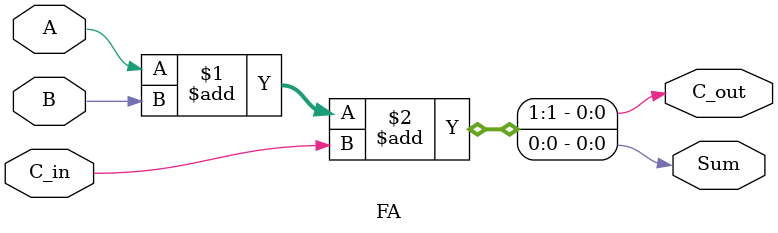
<source format=v>
`timescale 1ns / 1ps


module FA(
    input [0:0] A, B, C_in,
    output [0:0] C_out, Sum
    );
    
    assign {C_out, Sum} = A + B + C_in;
endmodule

</source>
